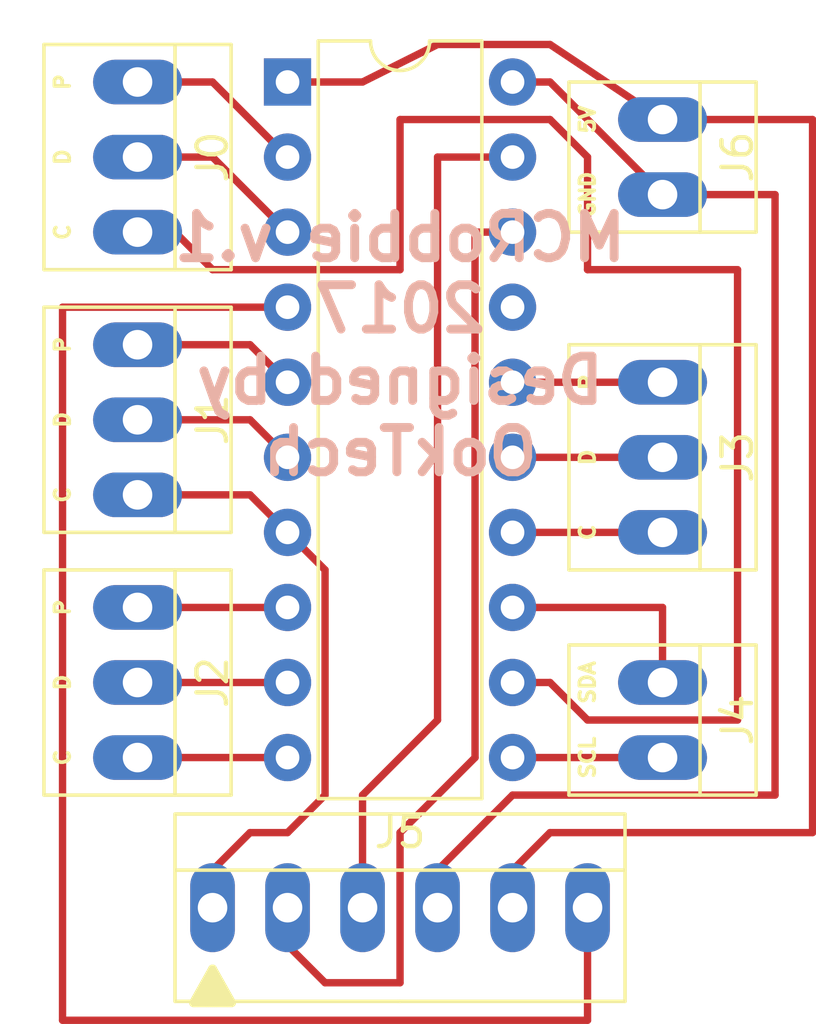
<source format=kicad_pcb>
(kicad_pcb (version 4) (host pcbnew 4.0.6)

  (general
    (links 22)
    (no_connects 0)
    (area 131.105 86.805 159.075002 122.245002)
    (thickness 1.6)
    (drawings 18)
    (tracks 70)
    (zones 0)
    (modules 8)
    (nets 20)
  )

  (page A4)
  (layers
    (0 F.Cu signal)
    (31 B.Cu signal)
    (32 B.Adhes user)
    (33 F.Adhes user)
    (34 B.Paste user)
    (35 F.Paste user)
    (36 B.SilkS user)
    (37 F.SilkS user)
    (38 B.Mask user)
    (39 F.Mask user)
    (40 Dwgs.User user)
    (41 Cmts.User user)
    (42 Eco1.User user)
    (43 Eco2.User user)
    (44 Edge.Cuts user)
    (45 Margin user)
    (46 B.CrtYd user)
    (47 F.CrtYd user)
    (48 B.Fab user)
    (49 F.Fab user)
  )

  (setup
    (last_trace_width 0.25)
    (trace_clearance 0.2)
    (zone_clearance 0.508)
    (zone_45_only no)
    (trace_min 0.2)
    (segment_width 0.2)
    (edge_width 0.15)
    (via_size 0.6)
    (via_drill 0.4)
    (via_min_size 0.4)
    (via_min_drill 0.3)
    (uvia_size 0.3)
    (uvia_drill 0.1)
    (uvias_allowed no)
    (uvia_min_size 0.2)
    (uvia_min_drill 0.1)
    (pcb_text_width 0.3)
    (pcb_text_size 1.5 1.5)
    (mod_edge_width 0.15)
    (mod_text_size 1 1)
    (mod_text_width 0.15)
    (pad_size 1.524 1.524)
    (pad_drill 0.762)
    (pad_to_mask_clearance 0.2)
    (aux_axis_origin 0 0)
    (visible_elements FFFFFF7F)
    (pcbplotparams
      (layerselection 0x00030_80000001)
      (usegerberextensions false)
      (excludeedgelayer true)
      (linewidth 0.100000)
      (plotframeref false)
      (viasonmask false)
      (mode 1)
      (useauxorigin false)
      (hpglpennumber 1)
      (hpglpenspeed 20)
      (hpglpendiameter 15)
      (hpglpenoverlay 2)
      (psnegative false)
      (psa4output false)
      (plotreference true)
      (plotvalue true)
      (plotinvisibletext false)
      (padsonsilk false)
      (subtractmaskfromsilk false)
      (outputformat 1)
      (mirror false)
      (drillshape 1)
      (scaleselection 1)
      (outputdirectory "MCRobbie v1.svg"))
  )

  (net 0 "")
  (net 1 "Net-(J0-Pad1)")
  (net 2 "Net-(J0-Pad2)")
  (net 3 "Net-(J0-Pad3)")
  (net 4 "Net-(J1-Pad1)")
  (net 5 "Net-(J1-Pad2)")
  (net 6 "Net-(J1-Pad3)")
  (net 7 "Net-(J2-Pad1)")
  (net 8 "Net-(J2-Pad2)")
  (net 9 "Net-(J2-Pad3)")
  (net 10 "Net-(J3-Pad1)")
  (net 11 "Net-(J3-Pad2)")
  (net 12 "Net-(J3-Pad3)")
  (net 13 "Net-(J4-Pad1)")
  (net 14 "Net-(J4-Pad2)")
  (net 15 "Net-(J5-Pad2)")
  (net 16 "Net-(J5-Pad3)")
  (net 17 GND)
  (net 18 +5V)
  (net 19 "Net-(J5-Pad6)")

  (net_class Default "This is the default net class."
    (clearance 0.2)
    (trace_width 0.25)
    (via_dia 0.6)
    (via_drill 0.4)
    (uvia_dia 0.3)
    (uvia_drill 0.1)
    (add_net +5V)
    (add_net GND)
    (add_net "Net-(J0-Pad1)")
    (add_net "Net-(J0-Pad2)")
    (add_net "Net-(J0-Pad3)")
    (add_net "Net-(J1-Pad1)")
    (add_net "Net-(J1-Pad2)")
    (add_net "Net-(J1-Pad3)")
    (add_net "Net-(J2-Pad1)")
    (add_net "Net-(J2-Pad2)")
    (add_net "Net-(J2-Pad3)")
    (add_net "Net-(J3-Pad1)")
    (add_net "Net-(J3-Pad2)")
    (add_net "Net-(J3-Pad3)")
    (add_net "Net-(J4-Pad1)")
    (add_net "Net-(J4-Pad2)")
    (add_net "Net-(J5-Pad2)")
    (add_net "Net-(J5-Pad3)")
    (add_net "Net-(J5-Pad6)")
  )

  (module Connectors:PINHEAD1-3 (layer F.Cu) (tedit 59441926) (tstamp 59440459)
    (at 135.89 90.17 270)
    (path /5943F1C3)
    (fp_text reference J0 (at 2.54 -2.54 270) (layer F.SilkS)
      (effects (font (size 1 1) (thickness 0.15)))
    )
    (fp_text value Motor0 (at 2.54 3.81 270) (layer F.Fab)
      (effects (font (size 1 1) (thickness 0.15)))
    )
    (fp_line (start -1.27 -3.17) (end -1.27 3.17) (layer F.SilkS) (width 0.12))
    (fp_line (start 6.35 -3.17) (end 6.35 3.17) (layer F.SilkS) (width 0.12))
    (fp_line (start 6.35 -1.27) (end -1.27 -1.27) (layer F.SilkS) (width 0.12))
    (fp_line (start -1.27 -3.17) (end 6.35 -3.17) (layer F.SilkS) (width 0.12))
    (fp_line (start 6.35 3.17) (end -1.27 3.17) (layer F.SilkS) (width 0.12))
    (fp_line (start -1.52 -3.42) (end 6.6 -3.42) (layer F.CrtYd) (width 0.05))
    (fp_line (start -1.52 -3.42) (end -1.52 3.42) (layer F.CrtYd) (width 0.05))
    (fp_line (start 6.6 3.42) (end 6.6 -3.42) (layer F.CrtYd) (width 0.05))
    (fp_line (start 6.6 3.42) (end -1.52 3.42) (layer F.CrtYd) (width 0.05))
    (pad 1 thru_hole oval (at 0 0 270) (size 1.51 3.01) (drill 1) (layers *.Cu *.Mask)
      (net 1 "Net-(J0-Pad1)"))
    (pad 2 thru_hole oval (at 2.54 0 270) (size 1.51 3.01) (drill 1) (layers *.Cu *.Mask)
      (net 2 "Net-(J0-Pad2)"))
    (pad 3 thru_hole oval (at 5.08 0 270) (size 1.51 3.01) (drill 1) (layers *.Cu *.Mask)
      (net 3 "Net-(J0-Pad3)"))
  )

  (module Connectors:PINHEAD1-3 (layer F.Cu) (tedit 5944063F) (tstamp 59440469)
    (at 135.89 99.06 270)
    (path /5943F120)
    (fp_text reference J1 (at 2.54 -2.54 270) (layer F.SilkS)
      (effects (font (size 1 1) (thickness 0.15)))
    )
    (fp_text value Motor1 (at 2.54 3.81 270) (layer F.Fab)
      (effects (font (size 1 1) (thickness 0.15)))
    )
    (fp_line (start -1.27 -3.17) (end -1.27 3.17) (layer F.SilkS) (width 0.12))
    (fp_line (start 6.35 -3.17) (end 6.35 3.17) (layer F.SilkS) (width 0.12))
    (fp_line (start 6.35 -1.27) (end -1.27 -1.27) (layer F.SilkS) (width 0.12))
    (fp_line (start -1.27 -3.17) (end 6.35 -3.17) (layer F.SilkS) (width 0.12))
    (fp_line (start 6.35 3.17) (end -1.27 3.17) (layer F.SilkS) (width 0.12))
    (fp_line (start -1.52 -3.42) (end 6.6 -3.42) (layer F.CrtYd) (width 0.05))
    (fp_line (start -1.52 -3.42) (end -1.52 3.42) (layer F.CrtYd) (width 0.05))
    (fp_line (start 6.6 3.42) (end 6.6 -3.42) (layer F.CrtYd) (width 0.05))
    (fp_line (start 6.6 3.42) (end -1.52 3.42) (layer F.CrtYd) (width 0.05))
    (pad 1 thru_hole oval (at 0 0 270) (size 1.51 3.01) (drill 1) (layers *.Cu *.Mask)
      (net 4 "Net-(J1-Pad1)"))
    (pad 2 thru_hole oval (at 2.54 0 270) (size 1.51 3.01) (drill 1) (layers *.Cu *.Mask)
      (net 5 "Net-(J1-Pad2)"))
    (pad 3 thru_hole oval (at 5.08 0 270) (size 1.51 3.01) (drill 1) (layers *.Cu *.Mask)
      (net 6 "Net-(J1-Pad3)"))
  )

  (module Connectors:PINHEAD1-3 (layer F.Cu) (tedit 59440643) (tstamp 59440479)
    (at 135.89 107.95 270)
    (path /5943F174)
    (fp_text reference J2 (at 2.54 -2.54 270) (layer F.SilkS)
      (effects (font (size 1 1) (thickness 0.15)))
    )
    (fp_text value Motor2 (at 2.54 3.81 270) (layer F.Fab)
      (effects (font (size 1 1) (thickness 0.15)))
    )
    (fp_line (start -1.27 -3.17) (end -1.27 3.17) (layer F.SilkS) (width 0.12))
    (fp_line (start 6.35 -3.17) (end 6.35 3.17) (layer F.SilkS) (width 0.12))
    (fp_line (start 6.35 -1.27) (end -1.27 -1.27) (layer F.SilkS) (width 0.12))
    (fp_line (start -1.27 -3.17) (end 6.35 -3.17) (layer F.SilkS) (width 0.12))
    (fp_line (start 6.35 3.17) (end -1.27 3.17) (layer F.SilkS) (width 0.12))
    (fp_line (start -1.52 -3.42) (end 6.6 -3.42) (layer F.CrtYd) (width 0.05))
    (fp_line (start -1.52 -3.42) (end -1.52 3.42) (layer F.CrtYd) (width 0.05))
    (fp_line (start 6.6 3.42) (end 6.6 -3.42) (layer F.CrtYd) (width 0.05))
    (fp_line (start 6.6 3.42) (end -1.52 3.42) (layer F.CrtYd) (width 0.05))
    (pad 1 thru_hole oval (at 0 0 270) (size 1.51 3.01) (drill 1) (layers *.Cu *.Mask)
      (net 7 "Net-(J2-Pad1)"))
    (pad 2 thru_hole oval (at 2.54 0 270) (size 1.51 3.01) (drill 1) (layers *.Cu *.Mask)
      (net 8 "Net-(J2-Pad2)"))
    (pad 3 thru_hole oval (at 5.08 0 270) (size 1.51 3.01) (drill 1) (layers *.Cu *.Mask)
      (net 9 "Net-(J2-Pad3)"))
  )

  (module Connectors:PINHEAD1-3 (layer F.Cu) (tedit 5944195C) (tstamp 59440489)
    (at 153.67 100.33 270)
    (path /5943F0DE)
    (fp_text reference J3 (at 2.54 -2.54 270) (layer F.SilkS)
      (effects (font (size 1 1) (thickness 0.15)))
    )
    (fp_text value Motor3 (at 2.54 -3.81 270) (layer F.Fab)
      (effects (font (size 1 1) (thickness 0.15)))
    )
    (fp_line (start -1.27 -3.17) (end -1.27 3.17) (layer F.SilkS) (width 0.12))
    (fp_line (start 6.35 -3.17) (end 6.35 3.17) (layer F.SilkS) (width 0.12))
    (fp_line (start 6.35 -1.27) (end -1.27 -1.27) (layer F.SilkS) (width 0.12))
    (fp_line (start -1.27 -3.17) (end 6.35 -3.17) (layer F.SilkS) (width 0.12))
    (fp_line (start 6.35 3.17) (end -1.27 3.17) (layer F.SilkS) (width 0.12))
    (fp_line (start -1.52 -3.42) (end 6.6 -3.42) (layer F.CrtYd) (width 0.05))
    (fp_line (start -1.52 -3.42) (end -1.52 3.42) (layer F.CrtYd) (width 0.05))
    (fp_line (start 6.6 3.42) (end 6.6 -3.42) (layer F.CrtYd) (width 0.05))
    (fp_line (start 6.6 3.42) (end -1.52 3.42) (layer F.CrtYd) (width 0.05))
    (pad 1 thru_hole oval (at 0 0 270) (size 1.51 3.01) (drill 1) (layers *.Cu *.Mask)
      (net 10 "Net-(J3-Pad1)"))
    (pad 2 thru_hole oval (at 2.54 0 270) (size 1.51 3.01) (drill 1) (layers *.Cu *.Mask)
      (net 11 "Net-(J3-Pad2)"))
    (pad 3 thru_hole oval (at 5.08 0 270) (size 1.51 3.01) (drill 1) (layers *.Cu *.Mask)
      (net 12 "Net-(J3-Pad3)"))
  )

  (module Connectors:PINHEAD1-2 (layer F.Cu) (tedit 59440656) (tstamp 59440498)
    (at 153.67 110.49 270)
    (path /5943F079)
    (fp_text reference J4 (at 1.27 -2.54 270) (layer F.SilkS)
      (effects (font (size 1 1) (thickness 0.15)))
    )
    (fp_text value I2C_Header (at 1.27 -3.81 270) (layer F.Fab)
      (effects (font (size 1 1) (thickness 0.15)))
    )
    (fp_line (start 3.81 -1.27) (end -1.27 -1.27) (layer F.SilkS) (width 0.12))
    (fp_line (start 3.81 3.17) (end -1.27 3.17) (layer F.SilkS) (width 0.12))
    (fp_line (start -1.27 -3.17) (end 3.81 -3.17) (layer F.SilkS) (width 0.12))
    (fp_line (start -1.27 -3.17) (end -1.27 3.17) (layer F.SilkS) (width 0.12))
    (fp_line (start 3.81 -3.17) (end 3.81 3.17) (layer F.SilkS) (width 0.12))
    (fp_line (start -1.52 -3.42) (end 4.06 -3.42) (layer F.CrtYd) (width 0.05))
    (fp_line (start -1.52 -3.42) (end -1.52 3.42) (layer F.CrtYd) (width 0.05))
    (fp_line (start 4.06 3.42) (end 4.06 -3.42) (layer F.CrtYd) (width 0.05))
    (fp_line (start 4.06 3.42) (end -1.52 3.42) (layer F.CrtYd) (width 0.05))
    (pad 1 thru_hole oval (at 0 0 270) (size 1.51 3.01) (drill 1) (layers *.Cu *.Mask)
      (net 13 "Net-(J4-Pad1)"))
    (pad 2 thru_hole oval (at 2.54 0 270) (size 1.51 3.01) (drill 1) (layers *.Cu *.Mask)
      (net 14 "Net-(J4-Pad2)"))
  )

  (module Connectors:PINHEAD1-6 (layer F.Cu) (tedit 594421C1) (tstamp 594404AE)
    (at 138.43 118.11)
    (path /5943F20D)
    (fp_text reference J5 (at 6.35 -2.54) (layer F.SilkS)
      (effects (font (size 1 1) (thickness 0.15)))
    )
    (fp_text value ICP_Header (at 6.35 2.54) (layer F.Fab)
      (effects (font (size 1 1) (thickness 0.15)))
    )
    (fp_line (start 6.35 3.17) (end 13.97 3.17) (layer F.SilkS) (width 0.12))
    (fp_line (start 6.35 -1.27) (end 13.97 -1.27) (layer F.SilkS) (width 0.12))
    (fp_line (start 6.35 -3.17) (end 13.97 -3.17) (layer F.SilkS) (width 0.12))
    (fp_line (start -1.27 -3.17) (end -1.27 3.17) (layer F.SilkS) (width 0.12))
    (fp_line (start 13.97 -3.17) (end 13.97 3.17) (layer F.SilkS) (width 0.12))
    (fp_line (start 6.35 -1.27) (end -1.27 -1.27) (layer F.SilkS) (width 0.12))
    (fp_line (start -1.27 -3.17) (end 6.35 -3.17) (layer F.SilkS) (width 0.12))
    (fp_line (start 6.35 3.17) (end -1.27 3.17) (layer F.SilkS) (width 0.12))
    (fp_line (start -1.52 -3.42) (end 14.22 -3.42) (layer F.CrtYd) (width 0.05))
    (fp_line (start -1.52 -3.42) (end -1.52 3.42) (layer F.CrtYd) (width 0.05))
    (fp_line (start 14.22 3.42) (end 14.22 -3.42) (layer F.CrtYd) (width 0.05))
    (fp_line (start 14.22 3.42) (end -1.52 3.42) (layer F.CrtYd) (width 0.05))
    (pad 1 thru_hole oval (at 0 0) (size 1.51 3.01) (drill 1) (layers *.Cu *.Mask)
      (net 6 "Net-(J1-Pad3)"))
    (pad 2 thru_hole oval (at 2.54 0) (size 1.51 3.01) (drill 1) (layers *.Cu *.Mask)
      (net 15 "Net-(J5-Pad2)"))
    (pad 3 thru_hole oval (at 5.08 0) (size 1.51 3.01) (drill 1) (layers *.Cu *.Mask)
      (net 16 "Net-(J5-Pad3)"))
    (pad 4 thru_hole oval (at 7.62 0) (size 1.51 3.01) (drill 1) (layers *.Cu *.Mask)
      (net 17 GND))
    (pad 5 thru_hole oval (at 10.16 0) (size 1.51 3.01) (drill 1) (layers *.Cu *.Mask)
      (net 18 +5V))
    (pad 6 thru_hole oval (at 12.7 0) (size 1.51 3.01) (drill 1) (layers *.Cu *.Mask)
      (net 19 "Net-(J5-Pad6)"))
  )

  (module Connectors:PINHEAD1-2 (layer F.Cu) (tedit 5944064E) (tstamp 594404BD)
    (at 153.67 91.44 270)
    (path /59440311)
    (fp_text reference J6 (at 1.27 -2.54 270) (layer F.SilkS)
      (effects (font (size 1 1) (thickness 0.15)))
    )
    (fp_text value Power_Header (at 1.27 -3.81 270) (layer F.Fab)
      (effects (font (size 1 1) (thickness 0.15)))
    )
    (fp_line (start 3.81 -1.27) (end -1.27 -1.27) (layer F.SilkS) (width 0.12))
    (fp_line (start 3.81 3.17) (end -1.27 3.17) (layer F.SilkS) (width 0.12))
    (fp_line (start -1.27 -3.17) (end 3.81 -3.17) (layer F.SilkS) (width 0.12))
    (fp_line (start -1.27 -3.17) (end -1.27 3.17) (layer F.SilkS) (width 0.12))
    (fp_line (start 3.81 -3.17) (end 3.81 3.17) (layer F.SilkS) (width 0.12))
    (fp_line (start -1.52 -3.42) (end 4.06 -3.42) (layer F.CrtYd) (width 0.05))
    (fp_line (start -1.52 -3.42) (end -1.52 3.42) (layer F.CrtYd) (width 0.05))
    (fp_line (start 4.06 3.42) (end 4.06 -3.42) (layer F.CrtYd) (width 0.05))
    (fp_line (start 4.06 3.42) (end -1.52 3.42) (layer F.CrtYd) (width 0.05))
    (pad 1 thru_hole oval (at 0 0 270) (size 1.51 3.01) (drill 1) (layers *.Cu *.Mask)
      (net 18 +5V))
    (pad 2 thru_hole oval (at 2.54 0 270) (size 1.51 3.01) (drill 1) (layers *.Cu *.Mask)
      (net 17 GND))
  )

  (module Housings_DIP:DIP-20_W7.62mm (layer F.Cu) (tedit 594421A0) (tstamp 594404E5)
    (at 140.97 90.17)
    (descr "20-lead dip package, row spacing 7.62 mm (300 mils)")
    (tags "DIL DIP PDIP 2.54mm 7.62mm 300mil")
    (path /5943E6DB)
    (fp_text reference "" (at 3.81 -2.39) (layer F.SilkS)
      (effects (font (size 1 1) (thickness 0.15)))
    )
    (fp_text value PIC18F14K50 (at 3.81 12.7 90) (layer F.Fab)
      (effects (font (size 1 1) (thickness 0.15)))
    )
    (fp_text user %R (at 3.81 5.08) (layer F.Fab)
      (effects (font (size 1 1) (thickness 0.15)))
    )
    (fp_line (start 1.635 -1.27) (end 6.985 -1.27) (layer F.Fab) (width 0.1))
    (fp_line (start 6.985 -1.27) (end 6.985 24.13) (layer F.Fab) (width 0.1))
    (fp_line (start 6.985 24.13) (end 0.635 24.13) (layer F.Fab) (width 0.1))
    (fp_line (start 0.635 24.13) (end 0.635 -0.27) (layer F.Fab) (width 0.1))
    (fp_line (start 0.635 -0.27) (end 1.635 -1.27) (layer F.Fab) (width 0.1))
    (fp_line (start 2.81 -1.39) (end 1.04 -1.39) (layer F.SilkS) (width 0.12))
    (fp_line (start 1.04 -1.39) (end 1.04 24.25) (layer F.SilkS) (width 0.12))
    (fp_line (start 1.04 24.25) (end 6.58 24.25) (layer F.SilkS) (width 0.12))
    (fp_line (start 6.58 24.25) (end 6.58 -1.39) (layer F.SilkS) (width 0.12))
    (fp_line (start 6.58 -1.39) (end 4.81 -1.39) (layer F.SilkS) (width 0.12))
    (fp_line (start -1.1 -1.6) (end -1.1 24.4) (layer F.CrtYd) (width 0.05))
    (fp_line (start -1.1 24.4) (end 8.7 24.4) (layer F.CrtYd) (width 0.05))
    (fp_line (start 8.7 24.4) (end 8.7 -1.6) (layer F.CrtYd) (width 0.05))
    (fp_line (start 8.7 -1.6) (end -1.1 -1.6) (layer F.CrtYd) (width 0.05))
    (fp_arc (start 3.81 -1.39) (end 2.81 -1.39) (angle -180) (layer F.SilkS) (width 0.12))
    (pad 1 thru_hole rect (at 0 0) (size 1.6 1.6) (drill 0.8) (layers *.Cu *.Mask)
      (net 18 +5V))
    (pad 11 thru_hole oval (at 7.62 22.86) (size 1.6 1.6) (drill 0.8) (layers *.Cu *.Mask)
      (net 14 "Net-(J4-Pad2)"))
    (pad 2 thru_hole oval (at 0 2.54) (size 1.6 1.6) (drill 0.8) (layers *.Cu *.Mask)
      (net 1 "Net-(J0-Pad1)"))
    (pad 12 thru_hole oval (at 7.62 20.32) (size 1.6 1.6) (drill 0.8) (layers *.Cu *.Mask)
      (net 3 "Net-(J0-Pad3)"))
    (pad 3 thru_hole oval (at 0 5.08) (size 1.6 1.6) (drill 0.8) (layers *.Cu *.Mask)
      (net 2 "Net-(J0-Pad2)"))
    (pad 13 thru_hole oval (at 7.62 17.78) (size 1.6 1.6) (drill 0.8) (layers *.Cu *.Mask)
      (net 13 "Net-(J4-Pad1)"))
    (pad 4 thru_hole oval (at 0 7.62) (size 1.6 1.6) (drill 0.8) (layers *.Cu *.Mask)
      (net 19 "Net-(J5-Pad6)"))
    (pad 14 thru_hole oval (at 7.62 15.24) (size 1.6 1.6) (drill 0.8) (layers *.Cu *.Mask)
      (net 12 "Net-(J3-Pad3)"))
    (pad 5 thru_hole oval (at 0 10.16) (size 1.6 1.6) (drill 0.8) (layers *.Cu *.Mask)
      (net 4 "Net-(J1-Pad1)"))
    (pad 15 thru_hole oval (at 7.62 12.7) (size 1.6 1.6) (drill 0.8) (layers *.Cu *.Mask)
      (net 11 "Net-(J3-Pad2)"))
    (pad 6 thru_hole oval (at 0 12.7) (size 1.6 1.6) (drill 0.8) (layers *.Cu *.Mask)
      (net 5 "Net-(J1-Pad2)"))
    (pad 16 thru_hole oval (at 7.62 10.16) (size 1.6 1.6) (drill 0.8) (layers *.Cu *.Mask)
      (net 10 "Net-(J3-Pad1)"))
    (pad 7 thru_hole oval (at 0 15.24) (size 1.6 1.6) (drill 0.8) (layers *.Cu *.Mask)
      (net 6 "Net-(J1-Pad3)"))
    (pad 17 thru_hole oval (at 7.62 7.62) (size 1.6 1.6) (drill 0.8) (layers *.Cu *.Mask))
    (pad 8 thru_hole oval (at 0 17.78) (size 1.6 1.6) (drill 0.8) (layers *.Cu *.Mask)
      (net 7 "Net-(J2-Pad1)"))
    (pad 18 thru_hole oval (at 7.62 5.08) (size 1.6 1.6) (drill 0.8) (layers *.Cu *.Mask)
      (net 15 "Net-(J5-Pad2)"))
    (pad 9 thru_hole oval (at 0 20.32) (size 1.6 1.6) (drill 0.8) (layers *.Cu *.Mask)
      (net 8 "Net-(J2-Pad2)"))
    (pad 19 thru_hole oval (at 7.62 2.54) (size 1.6 1.6) (drill 0.8) (layers *.Cu *.Mask)
      (net 16 "Net-(J5-Pad3)"))
    (pad 10 thru_hole oval (at 0 22.86) (size 1.6 1.6) (drill 0.8) (layers *.Cu *.Mask)
      (net 9 "Net-(J2-Pad3)"))
    (pad 20 thru_hole oval (at 7.62 0) (size 1.6 1.6) (drill 0.8) (layers *.Cu *.Mask)
      (net 17 GND))
    (model ${KISYS3DMOD}/Housings_DIP.3dshapes/DIP-20_W7.62mm.wrl
      (at (xyz 0 0 0))
      (scale (xyz 1 1 1))
      (rotate (xyz 0 0 0))
    )
  )

  (gr_text ▲ (at 138.43 120.65) (layer F.SilkS)
    (effects (font (size 1.5 1.5) (thickness 0.3)))
  )
  (gr_text "MCRobbie v.1\n2017\nDesigned by\nOokTech" (at 144.78 99.06) (layer B.SilkS)
    (effects (font (size 1.5 1.5) (thickness 0.3)) (justify mirror))
  )
  (gr_text GND (at 151.13 93.98 90) (layer F.SilkS)
    (effects (font (size 0.5 0.5) (thickness 0.125)))
  )
  (gr_text SCL (at 151.13 113.03 90) (layer F.SilkS)
    (effects (font (size 0.5 0.5) (thickness 0.125)))
  )
  (gr_text SDA (at 151.13 110.49 90) (layer F.SilkS)
    (effects (font (size 0.5 0.5) (thickness 0.125)))
  )
  (gr_text C (at 133.35 113.03 90) (layer F.SilkS)
    (effects (font (size 0.5 0.5) (thickness 0.125)))
  )
  (gr_text C (at 133.35 104.14 90) (layer F.SilkS)
    (effects (font (size 0.5 0.5) (thickness 0.125)))
  )
  (gr_text C (at 151.13 105.41 90) (layer F.SilkS)
    (effects (font (size 0.5 0.5) (thickness 0.125)))
  )
  (gr_text D (at 151.13 102.87 90) (layer F.SilkS)
    (effects (font (size 0.5 0.5) (thickness 0.125)))
  )
  (gr_text D (at 133.35 110.49 90) (layer F.SilkS)
    (effects (font (size 0.5 0.5) (thickness 0.125)))
  )
  (gr_text D (at 133.35 101.6 90) (layer F.SilkS)
    (effects (font (size 0.5 0.5) (thickness 0.125)))
  )
  (gr_text P (at 151.13 100.33 90) (layer F.SilkS)
    (effects (font (size 0.5 0.5) (thickness 0.125)))
  )
  (gr_text P (at 133.35 107.95 90) (layer F.SilkS)
    (effects (font (size 0.5 0.5) (thickness 0.125)))
  )
  (gr_text P (at 133.35 99.06 90) (layer F.SilkS)
    (effects (font (size 0.5 0.5) (thickness 0.125)))
  )
  (gr_text C (at 133.35 95.25 90) (layer F.SilkS)
    (effects (font (size 0.5 0.5) (thickness 0.125)))
  )
  (gr_text D (at 133.35 92.71 90) (layer F.SilkS)
    (effects (font (size 0.5 0.5) (thickness 0.125)))
  )
  (gr_text P (at 133.35 90.17 90) (layer F.SilkS)
    (effects (font (size 0.5 0.5) (thickness 0.125)))
  )
  (gr_text 5V (at 151.13 91.44 90) (layer F.SilkS)
    (effects (font (size 0.5 0.5) (thickness 0.125)))
  )

  (segment (start 135.89 90.17) (end 138.43 90.17) (width 0.25) (layer F.Cu) (net 1) (status 400000))
  (segment (start 138.43 90.17) (end 140.97 92.71) (width 0.25) (layer F.Cu) (net 1) (tstamp 59441988) (status 800000))
  (segment (start 135.89 92.71) (end 138.43 92.71) (width 0.25) (layer F.Cu) (net 2) (status 400000))
  (segment (start 138.43 92.71) (end 140.97 95.25) (width 0.25) (layer F.Cu) (net 2) (tstamp 5944198D) (status 800000))
  (segment (start 148.59 110.49) (end 149.86 110.49) (width 0.25) (layer F.Cu) (net 3) (status 400000))
  (segment (start 138.43 96.52) (end 137.16 95.25) (width 0.25) (layer F.Cu) (net 3) (tstamp 59441ADC) (status 800000))
  (segment (start 144.78 96.52) (end 138.43 96.52) (width 0.25) (layer F.Cu) (net 3) (tstamp 59441AD3))
  (segment (start 144.78 91.44) (end 144.78 96.52) (width 0.25) (layer F.Cu) (net 3) (tstamp 59441AD2))
  (segment (start 149.86 91.44) (end 144.78 91.44) (width 0.25) (layer F.Cu) (net 3) (tstamp 59441ACC))
  (segment (start 151.13 92.71) (end 149.86 91.44) (width 0.25) (layer F.Cu) (net 3) (tstamp 59441ACA))
  (segment (start 151.13 96.52) (end 151.13 92.71) (width 0.25) (layer F.Cu) (net 3) (tstamp 59441AC4))
  (segment (start 156.21 96.52) (end 151.13 96.52) (width 0.25) (layer F.Cu) (net 3) (tstamp 59441AC1))
  (segment (start 156.21 111.76) (end 156.21 96.52) (width 0.25) (layer F.Cu) (net 3) (tstamp 59441ABE))
  (segment (start 151.13 111.76) (end 156.21 111.76) (width 0.25) (layer F.Cu) (net 3) (tstamp 59441ABC))
  (segment (start 149.86 110.49) (end 151.13 111.76) (width 0.25) (layer F.Cu) (net 3) (tstamp 59441AB9))
  (segment (start 137.16 95.25) (end 135.89 95.25) (width 0.25) (layer F.Cu) (net 3) (tstamp 59441ADF) (status C00000))
  (segment (start 135.89 99.06) (end 139.7 99.06) (width 0.25) (layer F.Cu) (net 4))
  (segment (start 139.7 99.06) (end 140.97 100.33) (width 0.25) (layer F.Cu) (net 4) (tstamp 59440CB2))
  (segment (start 137.16 99.06) (end 135.89 99.06) (width 0.25) (layer F.Cu) (net 4) (tstamp 59440A18) (status 30))
  (segment (start 135.89 101.6) (end 139.7 101.6) (width 0.25) (layer F.Cu) (net 5))
  (segment (start 139.7 101.6) (end 140.97 102.87) (width 0.25) (layer F.Cu) (net 5) (tstamp 59440CAE))
  (segment (start 140.97 105.41) (end 142.24 106.68) (width 0.25) (layer F.Cu) (net 6))
  (segment (start 139.7 115.57) (end 138.43 116.84) (width 0.25) (layer F.Cu) (net 6) (tstamp 59440CC8))
  (segment (start 140.97 115.57) (end 139.7 115.57) (width 0.25) (layer F.Cu) (net 6) (tstamp 59440CC5))
  (segment (start 142.24 114.3) (end 140.97 115.57) (width 0.25) (layer F.Cu) (net 6) (tstamp 59440CC3))
  (segment (start 142.24 106.68) (end 142.24 114.3) (width 0.25) (layer F.Cu) (net 6) (tstamp 59440CC0))
  (segment (start 138.43 116.84) (end 138.43 118.11) (width 0.25) (layer F.Cu) (net 6) (tstamp 59440CCE))
  (segment (start 135.89 104.14) (end 139.7 104.14) (width 0.25) (layer F.Cu) (net 6))
  (segment (start 139.7 104.14) (end 140.97 105.41) (width 0.25) (layer F.Cu) (net 6) (tstamp 59440CAA))
  (segment (start 135.89 107.95) (end 140.97 107.95) (width 0.25) (layer F.Cu) (net 7))
  (segment (start 135.89 110.49) (end 140.97 110.49) (width 0.25) (layer F.Cu) (net 8))
  (segment (start 135.89 113.03) (end 140.97 113.03) (width 0.25) (layer F.Cu) (net 9))
  (segment (start 153.67 100.33) (end 148.59 100.33) (width 0.25) (layer F.Cu) (net 10) (status C00000))
  (segment (start 153.67 102.87) (end 148.59 102.87) (width 0.25) (layer F.Cu) (net 11) (status C00000))
  (segment (start 153.67 105.41) (end 148.59 105.41) (width 0.25) (layer F.Cu) (net 12) (status C00000))
  (segment (start 148.59 107.95) (end 153.67 107.95) (width 0.25) (layer F.Cu) (net 13))
  (segment (start 153.67 107.95) (end 153.67 110.49) (width 0.25) (layer F.Cu) (net 13) (tstamp 59441039))
  (segment (start 148.59 113.03) (end 153.67 113.03) (width 0.25) (layer F.Cu) (net 14))
  (segment (start 140.97 118.11) (end 140.97 119.38) (width 0.25) (layer F.Cu) (net 15) (status C00000))
  (segment (start 140.97 119.38) (end 142.24 120.65) (width 0.25) (layer F.Cu) (net 15) (tstamp 59441A66) (status 400000))
  (segment (start 142.24 120.65) (end 144.78 120.65) (width 0.25) (layer F.Cu) (net 15) (tstamp 59441A70))
  (segment (start 144.78 120.65) (end 144.78 115.57) (width 0.25) (layer F.Cu) (net 15) (tstamp 59441A72))
  (segment (start 144.78 115.57) (end 147.32 113.03) (width 0.25) (layer F.Cu) (net 15) (tstamp 59441A73))
  (segment (start 147.32 113.03) (end 147.32 95.25) (width 0.25) (layer F.Cu) (net 15) (tstamp 59441A75))
  (segment (start 147.32 95.25) (end 148.59 95.25) (width 0.25) (layer F.Cu) (net 15) (tstamp 59441A78) (status 800000))
  (segment (start 148.59 92.71) (end 146.05 92.71) (width 0.25) (layer F.Cu) (net 16) (status 400000))
  (segment (start 143.51 114.3) (end 143.51 118.11) (width 0.25) (layer F.Cu) (net 16) (tstamp 59441A4A) (status 800000))
  (segment (start 146.05 111.76) (end 143.51 114.3) (width 0.25) (layer F.Cu) (net 16) (tstamp 59441A46))
  (segment (start 146.05 92.71) (end 146.05 111.76) (width 0.25) (layer F.Cu) (net 16) (tstamp 59441A3C))
  (segment (start 148.59 90.17) (end 149.86 90.17) (width 0.25) (layer F.Cu) (net 17))
  (segment (start 149.86 90.17) (end 153.67 93.98) (width 0.25) (layer F.Cu) (net 17) (tstamp 59440E5D))
  (segment (start 153.67 93.98) (end 157.48 93.98) (width 0.25) (layer F.Cu) (net 17) (status 400000))
  (segment (start 148.59 114.3) (end 146.05 116.84) (width 0.25) (layer F.Cu) (net 17) (tstamp 59440BF2))
  (segment (start 157.48 114.3) (end 148.59 114.3) (width 0.25) (layer F.Cu) (net 17) (tstamp 59440BEF))
  (segment (start 157.48 93.98) (end 157.48 114.3) (width 0.25) (layer F.Cu) (net 17) (tstamp 59440BEA))
  (segment (start 146.05 116.84) (end 146.05 118.11) (width 0.25) (layer F.Cu) (net 17) (tstamp 59440BF7))
  (segment (start 153.67 93.98) (end 153.67 93.98) (width 0.25) (layer F.Cu) (net 17))
  (segment (start 148.59 118.11) (end 148.59 116.84) (width 0.25) (layer F.Cu) (net 18))
  (segment (start 148.59 116.84) (end 149.86 115.57) (width 0.25) (layer F.Cu) (net 18) (tstamp 59440AAB))
  (segment (start 149.86 115.57) (end 158.75 115.57) (width 0.25) (layer F.Cu) (net 18) (tstamp 59440AAF))
  (segment (start 158.75 115.57) (end 158.75 91.44) (width 0.25) (layer F.Cu) (net 18) (tstamp 59440AB1))
  (segment (start 158.75 91.44) (end 153.67 91.44) (width 0.25) (layer F.Cu) (net 18) (tstamp 59440AB2) (status 800000))
  (segment (start 140.97 90.17) (end 143.51 90.17) (width 0.25) (layer F.Cu) (net 18))
  (segment (start 149.86 88.9) (end 153.67 91.44) (width 0.25) (layer F.Cu) (net 18) (tstamp 594408DE) (status 800000))
  (segment (start 146.05 88.9) (end 149.86 88.9) (width 0.25) (layer F.Cu) (net 18) (tstamp 594408DC))
  (segment (start 143.51 90.17) (end 146.05 88.9) (width 0.25) (layer F.Cu) (net 18) (tstamp 594408DA))
  (segment (start 140.97 97.79) (end 133.35 97.79) (width 0.25) (layer F.Cu) (net 19))
  (segment (start 151.13 121.92) (end 151.13 118.11) (width 0.25) (layer F.Cu) (net 19) (tstamp 59440D81))
  (segment (start 133.35 121.92) (end 151.13 121.92) (width 0.25) (layer F.Cu) (net 19) (tstamp 59440D7F))
  (segment (start 133.35 97.79) (end 133.35 121.92) (width 0.25) (layer F.Cu) (net 19) (tstamp 59440D7D))

)

</source>
